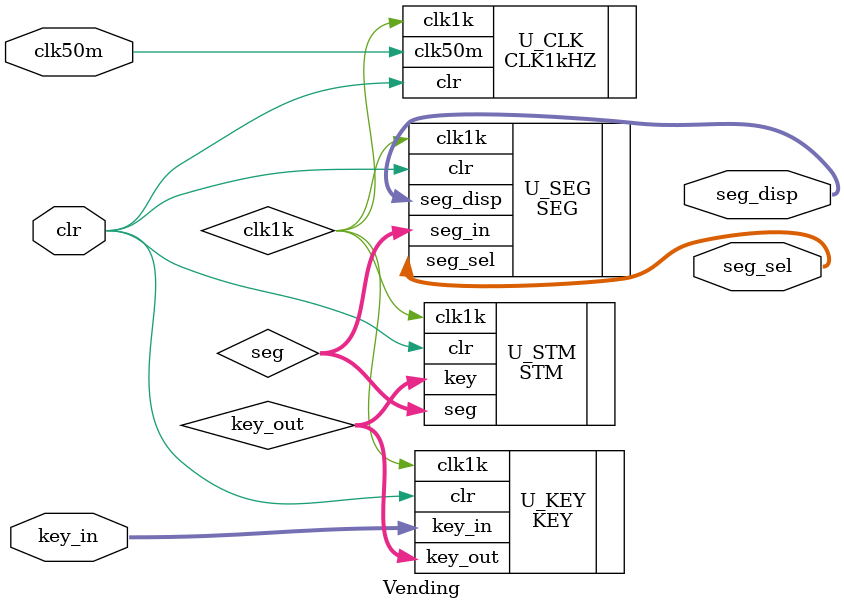
<source format=v>
module Vending(
    input clk50m,clr,
    input [3:0] key_in,
    output wire [7:0] seg_disp,
    output wire [5:0] seg_sel
);
/*===========================================*/
/*¸÷ÖÖÊµÀý»¯*/
/*===========================================*/
wire clk1k;
wire [3:0] key_out;
wire [23:0] seg;
CLK1kHZ U_CLK(.clk50m(clk50m),.clr(clr),.clk1k(clk1k));
KEY U_KEY(.clr(clr),.key_in(key_in),.clk1k(clk1k),.key_out(key_out));
STM U_STM(.clk1k(clk1k),.clr(clr),.key(key_out),.seg(seg));
SEG U_SEG(.clk1k(clk1k),.clr(clr),.seg_in(seg),.seg_disp(seg_disp),.seg_sel(seg_sel));
endmodule
</source>
